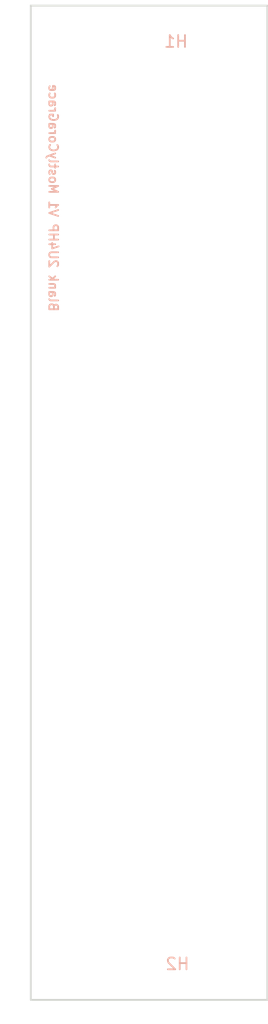
<source format=kicad_pcb>
(kicad_pcb (version 20240108) (generator "pcbnew") (generator_version "8.0")
  (layers (0 "F.Cu" signal) (31 "B.Cu" signal) (34 "B.Paste" user) (35 "F.Paste" user) (36 "B.SilkS" user "B.Silkscreen") (37 "F.SilkS" user "F.Silkscreen") (38 "B.Mask" user) (39 "F.Mask" user) (44 "Edge.Cuts" user))
  (net 0 "")
  (footprint "EXC:MountingHole_3.2mm_M3" (layer "B.Cu") (at 7.62 5.425 180)
    (property "Reference" "H1" (at -3.556 -0.036 0) (layer "B.SilkS") (effects (justify right mirror)))
    (property "Value" "Eurorack_M3_MountingHole")
    (pad "" np_thru_hole oval (at 0 0 180) (size 4.8 3.2) (drill oval 4.8 3.2) (layers "F&B.Cu" "*.Mask"))
  )
  (footprint "EXC:MountingHole_3.2mm_M3" (layer "B.Cu") (at 7.62 83.475 180)
    (property "Reference" "H2" (at -3.683 0.036 0) (layer "B.SilkS") (effects (justify right mirror)))
    (property "Value" "Eurorack_M3_MountingHole")
    (pad "" np_thru_hole oval (at 0 0 180) (size 4.8 3.2) (drill oval 4.8 3.2) (layers "F&B.Cu" "*.Mask"))
  )
  (gr_rect (start 0 2.425) (end 20 86.475) (stroke (width 0.15)) (fill none) (layer "Edge.Cuts"))
  (gr_text "Blank 2U4HP V1 MostlyCoraGrace" (at 1.905 18.669 270) (layer "B.SilkS") (effects (font (size 0.75 0.75) (thickness 0.15) (bold yes)) (justify mirror)))
)
</source>
